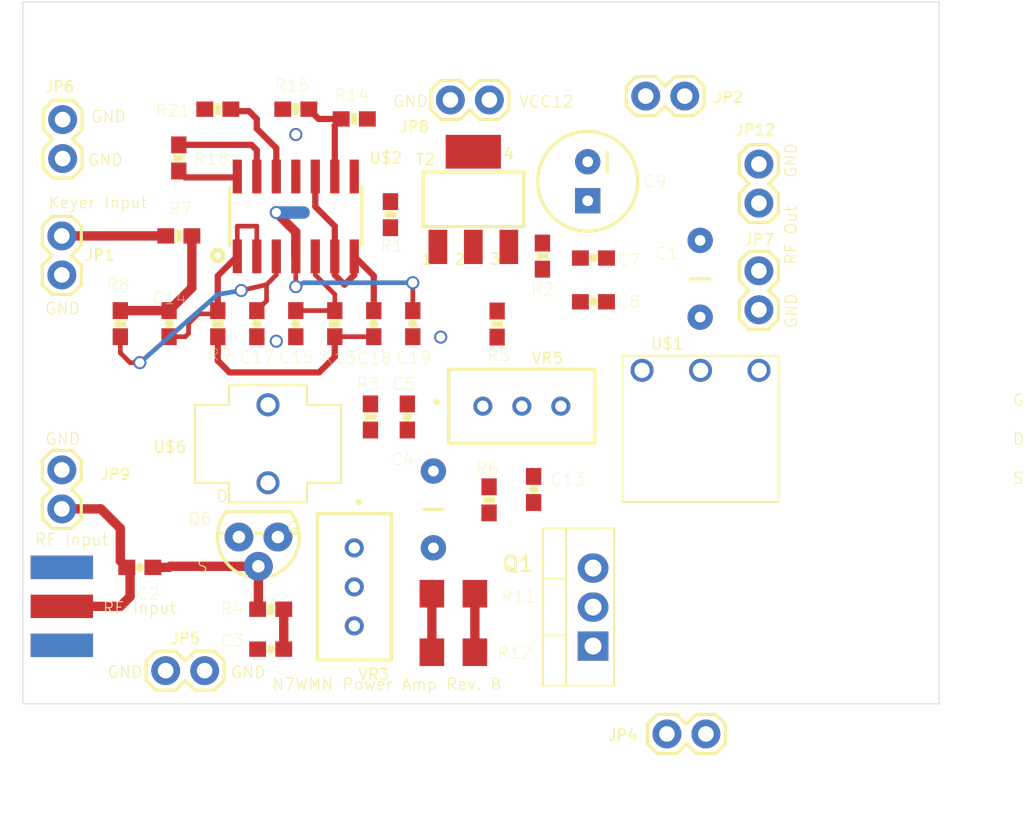
<source format=kicad_pcb>
(kicad_pcb (version 20211014) (generator pcbnew)
  (layers (0 "F.Cu" signal) (31 "B.Cu" signal) (34 "B.Paste" user) (35 "F.Paste" user) (36 "B.SilkS" user "B.Silkscreen") (37 "F.SilkS" user "F.Silkscreen") (38 "B.Mask" user) (39 "F.Mask" user) (44 "Edge.Cuts" user))
  (net 0 "")
  (net 1 "GND")
  (net 2 "Net-(C1-Pad1)")
  (net 3 "Net-(C1-Pad2)")
  (net 4 "Net-(C2-Pad1)")
  (net 5 "Net-(C2-Pad2)")
  (net 6 "Net-(R3-Pad1)")
  (net 7 "Net-(Q6-Pad1)")
  (net 8 "Net-(R11-Pad1)")
  (net 9 "Net-(C5-Pad1)")
  (net 10 "/VCC12")
  (net 11 "Net-(C13-Pad2)")
  (net 12 "Net-(C14-Pad1)")
  (net 13 "Net-(C14-Pad2)")
  (net 14 "Net-(C15-Pad1)")
  (net 15 "Net-(C17-Pad1)")
  (net 16 "Net-(C18-Pad1)")
  (net 17 "Net-(C18-Pad2)")
  (net 18 "Net-(JP1-Pad2)")
  (net 19 "Net-(R11-Pad2)")
  (net 20 "Net-(U$1-Pad2)")
  (net 21 "Net-(R1-Pad1)")
  (net 22 "Net-(R1-Pad2)")
  (net 23 "Net-(R2-Pad1)")
  (net 24 "Net-(R5-Pad1)")
  (net 25 "Net-(R14-Pad2)")
  (net 26 "Net-(R18-Pad1)")
  (net 27 "Net-(R18-Pad2)")
  (net 28 "Net-(R21-Pad1)")
  (footprint "powerAmp_RevB:0603-RES" (layer "F.Cu") (at 134.8 121.7)
    (fp_text reference "R4" (at -3.3 -0.025 180) (layer "F.SilkS") (effects (font (size 0.782889 0.782889) (thickness 0.029911)) (justify left)))
    (fp_text value "3.3K")
    (pad "1" smd rect (at -0.85 0) (size 1.1 1) (layers "F.Cu" "F.Paste" "F.Mask") (net 4 "Net-(C2-Pad1)"))
    (pad "2" smd rect (at 0.85 0) (size 1.1 1) (layers "F.Cu" "F.Paste" "F.Mask") (net 6 "Net-(R3-Pad1)"))
  )
  (footprint "powerAmp_RevB:1206" (layer "F.Cu") (at 146.7 120.69)
    (fp_text reference "R11" (at 3.1 0.185) (layer "F.SilkS") (effects (font (size 0.782889 0.782889) (thickness 0.029911)) (justify left)))
    (fp_text value "20")
    (pad "1" smd rect (at -1.4 0) (size 1.6 1.8) (layers "F.Cu" "F.Paste" "F.Mask") (net 8 "Net-(R11-Pad1)"))
    (pad "2" smd rect (at 1.4 0) (size 1.6 1.8) (layers "F.Cu" "F.Paste" "F.Mask") (net 19 "Net-(R11-Pad2)"))
  )
  (footprint "powerAmp_RevB:0603-CAP" (layer "F.Cu") (at 133.8961 103.0986 -90)
    (property "Value" "710-885012206071")
    (fp_text reference "C17" (at 2.2014 1.1461) (layer "F.SilkS") (effects (font (size 0.782889 0.782889) (thickness 0.029911)) (justify left)))
    (fp_text value "0.1uF")
    (pad "1" smd rect (at -0.85 0 270) (size 1.1 1) (layers "F.Cu" "F.Paste" "F.Mask") (net 15 "Net-(C17-Pad1)"))
    (pad "2" smd rect (at 0.85 0 270) (size 1.1 1) (layers "F.Cu" "F.Paste" "F.Mask") (net 1 "GND"))
  )
  (footprint "powerAmp_RevB:0603-CAP" (layer "F.Cu") (at 128.1811 103.0986 -90)
    (property "Value" "710-885012206073")
    (fp_text reference "C14" (at -1.651 1.143) (layer "F.SilkS") (effects (font (size 0.782889 0.782889) (thickness 0.029911)) (justify left)))
    (fp_text value "0.22uF")
    (pad "1" smd rect (at -0.85 0 270) (size 1.1 1) (layers "F.Cu" "F.Paste" "F.Mask") (net 12 "Net-(C14-Pad1)"))
    (pad "2" smd rect (at 0.85 0 270) (size 1.1 1) (layers "F.Cu" "F.Paste" "F.Mask") (net 13 "Net-(C14-Pad2)"))
  )
  (footprint "powerAmp_RevB:1206" (layer "F.Cu") (at 146.7 124.5)
    (fp_text reference "R12" (at 2.85 0.05) (layer "F.SilkS") (effects (font (size 0.782889 0.782889) (thickness 0.029911)) (justify left)))
    (fp_text value "20")
    (pad "1" smd rect (at -1.4 0) (size 1.6 1.8) (layers "F.Cu" "F.Paste" "F.Mask") (net 8 "Net-(R11-Pad1)"))
    (pad "2" smd rect (at 1.4 0) (size 1.6 1.8) (layers "F.Cu" "F.Paste" "F.Mask") (net 19 "Net-(R11-Pad2)"))
  )
  (footprint "powerAmp_RevB:0603-CAP" (layer "F.Cu") (at 136.4361 103.0986 -90)
    (property "Value" "80-C0603C223K3R")
    (fp_text reference "C15" (at 2.1764 1.1361) (layer "F.SilkS") (effects (font (size 0.782889 0.782889) (thickness 0.029911)) (justify left)))
    (fp_text value "0.022uF")
    (pad "1" smd rect (at -0.85 0 270) (size 1.1 1) (layers "F.Cu" "F.Paste" "F.Mask") (net 14 "Net-(C15-Pad1)"))
    (pad "2" smd rect (at 0.85 0 270) (size 1.1 1) (layers "F.Cu" "F.Paste" "F.Mask") (net 1 "GND"))
  )
  (footprint "powerAmp_RevB:0603-RES" (layer "F.Cu") (at 149.025 114.575 -90)
    (fp_text reference "R6" (at -2.032 0.889) (layer "F.SilkS") (effects (font (size 0.782889 0.782889) (thickness 0.029911)) (justify left)))
    (fp_text value "1K")
    (pad "1" smd rect (at -0.85 0 270) (size 1.1 1) (layers "F.Cu" "F.Paste" "F.Mask") (net 11 "Net-(C13-Pad2)"))
    (pad "2" smd rect (at 0.85 0 270) (size 1.1 1) (layers "F.Cu" "F.Paste" "F.Mask") (net 8 "Net-(R11-Pad1)"))
  )
  (footprint "powerAmp_RevB:1X02" (layer "F.Cu") (at 159.23 88.275)
    (fp_text reference "JP2" (at 4.3688 0.0762) (layer "F.SilkS") (effects (font (size 0.6985 0.6985) (thickness 0.1143)) (justify left)))
    (fp_text value "M02PTH")
    (pad "1" thru_hole circle (at 0 0 90) (size 1.8796 1.8796) (drill 1.016) (layers *.Cu *.Mask) (net 1 "GND"))
    (pad "2" thru_hole circle (at 2.54 0 90) (size 1.8796 1.8796) (drill 1.016) (layers *.Cu *.Mask) (net 1 "GND"))
  )
  (footprint "powerAmp_RevB:1X02" (layer "F.Cu") (at 121.1961 112.6236 -90)
    (fp_text reference "JP9" (at 0.2764 -2.4539) (layer "F.SilkS") (effects (font (size 0.6985 0.6985) (thickness 0.1143)) (justify left)))
    (fp_text value "M02PTH")
    (pad "1" thru_hole circle (at 0 0) (size 1.8796 1.8796) (drill 1.016) (layers *.Cu *.Mask) (net 1 "GND"))
    (pad "2" thru_hole circle (at 2.54 0) (size 1.8796 1.8796) (drill 1.016) (layers *.Cu *.Mask) (net 5 "Net-(C2-Pad2)"))
  )
  (footprint "powerAmp_RevB:1X02" (layer "F.Cu") (at 166.6 99.655 -90)
    (fp_text reference "JP7" (at -2.03 1) (layer "F.SilkS") (effects (font (size 0.6985 0.6985) (thickness 0.1143)) (justify left)))
    (fp_text value "M02PTH")
    (pad "1" thru_hole circle (at 0 0) (size 1.8796 1.8796) (drill 1.016) (layers *.Cu *.Mask) (net 3 "Net-(C1-Pad2)"))
    (pad "2" thru_hole circle (at 2.54 0) (size 1.8796 1.8796) (drill 1.016) (layers *.Cu *.Mask) (net 1 "GND"))
  )
  (footprint "powerAmp_RevB:3296W-1" (layer "F.Cu") (at 140.2461 120.2436 -90)
    (fp_text reference "VR3" (at 5.706532 -0.20314) (layer "F.SilkS") (effects (font (size 0.719328 0.719328) (thickness 0.093472)) (justify left)))
    (fp_text value "3296W-1-505LF")
    (pad "1" thru_hole circle (at -2.54 0 270) (size 1.24 1.24) (drill 0.74) (layers *.Cu *.Mask) (net 6 "Net-(R3-Pad1)"))
    (pad "2" thru_hole circle (at 0 0 270) (size 1.24 1.24) (drill 0.74) (layers *.Cu *.Mask) (net 1 "GND"))
    (pad "3" thru_hole circle (at 2.54 0 270) (size 1.24 1.24) (drill 0.74) (layers *.Cu *.Mask) (net 1 "GND"))
  )
  (footprint "powerAmp_RevB:0603-CAP" (layer "F.Cu") (at 144.0561 103.0986 90)
    (fp_text reference "C19" (at -2.2264 1.2189) (layer "F.SilkS") (effects (font (size 0.782889 0.782889) (thickness 0.029911)) (justify right)))
    (fp_text value "0.1uF")
    (pad "1" smd rect (at -0.85 0 90) (size 1.1 1) (layers "F.Cu" "F.Paste" "F.Mask") (net 1 "GND"))
    (pad "2" smd rect (at 0.85 0 90) (size 1.1 1) (layers "F.Cu" "F.Paste" "F.Mask") (net 10 "/VCC12"))
  )
  (footprint "powerAmp_RevB:0603-CAP" (layer "F.Cu") (at 141.5161 103.0986 90)
    (property "Value" "710-885012206073")
    (fp_text reference "C18" (at -2.2764 1.2089) (layer "F.SilkS") (effects (font (size 0.782889 0.782889) (thickness 0.029911)) (justify right)))
    (fp_text value "0.22uF")
    (pad "1" smd rect (at -0.85 0 90) (size 1.1 1) (layers "F.Cu" "F.Paste" "F.Mask") (net 16 "Net-(C18-Pad1)"))
    (pad "2" smd rect (at 0.85 0 90) (size 1.1 1) (layers "F.Cu" "F.Paste" "F.Mask") (net 17 "Net-(C18-Pad2)"))
  )
  (footprint "powerAmp_RevB:0603-RES" (layer "F.Cu") (at 125.0061 103.0986 90)
    (property "Value" "603-RC0603FR-078K2L")
    (fp_text reference "R8" (at 2.54 0.635) (layer "F.SilkS") (effects (font (size 0.782889 0.782889) (thickness 0.029911)) (justify right)))
    (fp_text value "8.2K")
    (pad "1" smd rect (at -0.85 0 90) (size 1.1 1) (layers "F.Cu" "F.Paste" "F.Mask") (net 15 "Net-(C17-Pad1)"))
    (pad "2" smd rect (at 0.85 0 90) (size 1.1 1) (layers "F.Cu" "F.Paste" "F.Mask") (net 12 "Net-(C14-Pad1)"))
  )
  (footprint "powerAmp_RevB:SOT223" (layer "F.Cu") (at 148 95)
    (fp_text reference "T2" (at -3.81 -2.5908) (layer "F.SilkS") (effects (font (size 0.719328 0.719328) (thickness 0.093472)) (justify left)))
    (fp_text value "2N2222A-SOT223")
    (fp_text user "1" (at -3.4526 4.318) (layer "F.SilkS") (effects (font (size 0.715264 0.715264) (thickness 0.097536)) (justify left bottom)))
    (fp_text user "3" (at 1.0208 4.318) (layer "F.SilkS") (effects (font (size 0.715264 0.715264) (thickness 0.097536)) (justify left bottom)))
    (fp_text user "2" (at -1.2906 4.3274) (layer "F.SilkS") (effects (font (size 0.715264 0.715264) (thickness 0.097536)) (justify left bottom)))
    (fp_text user "4" (at 1.905 -2.54) (layer "F.SilkS") (effects (font (size 0.715264 0.715264) (thickness 0.097536)) (justify left bottom)))
    (pad "1" smd rect (at -2.3114 3.0988) (size 1.2192 2.2352) (layers "F.Cu" "F.Paste" "F.Mask") (net 21 "Net-(R1-Pad1)"))
    (pad "2" smd rect (at 0 3.0988) (size 1.2192 2.2352) (layers "F.Cu" "F.Paste" "F.Mask"))
    (pad "3" smd rect (at 2.3114 3.0988) (size 1.2192 2.2352) (layers "F.Cu" "F.Paste" "F.Mask") (net 23 "Net-(R2-Pad1)"))
    (pad "4" smd rect (at 0 -3.099) (size 3.6 2.2) (layers "F.Cu" "F.Paste" "F.Mask") (net 10 "/VCC12"))
  )
  (footprint "powerAmp_RevB:0603-RES" (layer "F.Cu") (at 141.3 109.175 90)
    (fp_text reference "R3" (at 2.15 0.625) (layer "F.SilkS") (effects (font (size 0.782889 0.782889) (thickness 0.029911)) (justify right)))
    (fp_text value "10K")
    (pad "1" smd rect (at -0.85 0 90) (size 1.1 1) (layers "F.Cu" "F.Paste" "F.Mask") (net 6 "Net-(R3-Pad1)"))
    (pad "2" smd rect (at 0.85 0 90) (size 1.1 1) (layers "F.Cu" "F.Paste" "F.Mask") (net 9 "Net-(C5-Pad1)"))
  )
  (footprint "powerAmp_RevB:1X02" (layer "F.Cu") (at 121.1961 99.9236 90)
    (fp_text reference "JP1" (at 1.2986 3.5039) (layer "F.SilkS") (effects (font (size 0.6985 0.6985) (thickness 0.1143)) (justify right)))
    (fp_text value "M02PTH")
    (pad "1" thru_hole circle (at 0 0 180) (size 1.8796 1.8796) (drill 1.016) (layers *.Cu *.Mask) (net 1 "GND"))
    (pad "2" thru_hole circle (at 2.54 0 180) (size 1.8796 1.8796) (drill 1.016) (layers *.Cu *.Mask) (net 18 "Net-(JP1-Pad2)"))
  )
  (footprint "powerAmp_RevB:0603-RES" (layer "F.Cu") (at 131.3561 103.0986 90)
    (property "Value" "603-RC0603FR-0736KL")
    (fp_text reference "R9" (at -2.032 0.889) (layer "F.SilkS") (effects (font (size 0.782889 0.782889) (thickness 0.029911)) (justify right)))
    (fp_text value "36K")
    (pad "1" smd rect (at -0.85 0 90) (size 1.1 1) (layers "F.Cu" "F.Paste" "F.Mask") (net 16 "Net-(C18-Pad1)"))
    (pad "2" smd rect (at 0.85 0 90) (size 1.1 1) (layers "F.Cu" "F.Paste" "F.Mask") (net 13 "Net-(C14-Pad2)"))
  )
  (footprint "powerAmp_RevB:0603-RES" (layer "F.Cu") (at 138.9761 103.0986 -90)
    (property "Value" "603-RC0603FR-0711KL")
    (fp_text reference "R13" (at 2.2264 0.889) (layer "F.SilkS") (effects (font (size 0.782889 0.782889) (thickness 0.029911)) (justify left)))
    (fp_text value "11K")
    (pad "1" smd rect (at -0.85 0 270) (size 1.1 1) (layers "F.Cu" "F.Paste" "F.Mask") (net 14 "Net-(C15-Pad1)"))
    (pad "2" smd rect (at 0.85 0 270) (size 1.1 1) (layers "F.Cu" "F.Paste" "F.Mask") (net 16 "Net-(C18-Pad1)"))
  )
  (footprint "powerAmp_RevB:0603-CAP" (layer "F.Cu") (at 155.825 98.825)
    (fp_text reference "C7" (at 3.1 0.15) (layer "F.SilkS") (effects (font (size 0.782889 0.782889) (thickness 0.029911)) (justify right)))
    (fp_text value "0.01uF")
    (pad "1" smd rect (at -0.85 0) (size 1.1 1) (layers "F.Cu" "F.Paste" "F.Mask") (net 1 "GND"))
    (pad "2" smd rect (at 0.85 0) (size 1.1 1) (layers "F.Cu" "F.Paste" "F.Mask") (net 10 "/VCC12"))
  )
  (footprint "powerAmp_RevB:CAP-PTH-5MM" (layer "F.Cu") (at 145.4 115.2 -90)
    (fp_text reference "C4" (at -2.8 1.25 180) (layer "F.SilkS") (effects (font (size 0.762 0.762) (thickness 0.032512)) (justify right bottom)))
    (fp_text value "0.1uF")
    (pad "1" thru_hole circle (at -2.5 0 270) (size 1.651 1.651) (drill 0.7) (layers *.Cu *.Mask) (net 7 "Net-(Q6-Pad1)"))
    (pad "2" thru_hole circle (at 2.5 0 270) (size 1.651 1.651) (drill 0.7) (layers *.Cu *.Mask) (net 8 "Net-(R11-Pad1)"))
  )
  (footprint "powerAmp_RevB:0603-RES" (layer "F.Cu") (at 136.4361 89.1286 180)
    (property "Value" "603-RC0603FR-071KL")
    (fp_text reference "R15" (at -0.9139 1.5536) (layer "F.SilkS") (effects (font (size 0.782889 0.782889) (thickness 0.029911)) (justify right)))
    (fp_text value "1K")
    (pad "1" smd rect (at -0.85 0 180) (size 1.1 1) (layers "F.Cu" "F.Paste" "F.Mask") (net 25 "Net-(R14-Pad2)"))
    (pad "2" smd rect (at 0.85 0 180) (size 1.1 1) (layers "F.Cu" "F.Paste" "F.Mask") (net 1 "GND"))
  )
  (footprint "powerAmp_RevB:1X02" (layer "F.Cu") (at 166.6 95.245 90)
    (fp_text reference "JP12" (at 4.77 1.125) (layer "F.SilkS") (effects (font (size 0.6985 0.6985) (thickness 0.1143)) (justify right)))
    (fp_text value "M02PTH")
    (pad "1" thru_hole circle (at 0 0 180) (size 1.8796 1.8796) (drill 1.016) (layers *.Cu *.Mask) (net 3 "Net-(C1-Pad2)"))
    (pad "2" thru_hole circle (at 2.54 0 180) (size 1.8796 1.8796) (drill 1.016) (layers *.Cu *.Mask) (net 1 "GND"))
  )
  (footprint "powerAmp_RevB:1X02" (layer "F.Cu") (at 127.96 125.7)
    (fp_text reference "JP5" (at 0.265 -2.1) (layer "F.SilkS") (effects (font (size 0.6985 0.6985) (thickness 0.1143)) (justify left)))
    (fp_text value "M02PTH")
    (pad "1" thru_hole circle (at 0 0 90) (size 1.8796 1.8796) (drill 1.016) (layers *.Cu *.Mask) (net 1 "GND"))
    (pad "2" thru_hole circle (at 2.54 0 90) (size 1.8796 1.8796) (drill 1.016) (layers *.Cu *.Mask) (net 1 "GND"))
  )
  (footprint "powerAmp_RevB:0603-RES" (layer "F.Cu") (at 142.6 96 90)
    (fp_text reference "R1" (at -2.032 0.889) (layer "F.SilkS") (effects (font (size 0.782889 0.782889) (thickness 0.029911)) (justify right)))
    (fp_text value "0")
    (pad "1" smd rect (at -0.85 0 90) (size 1.1 1) (layers "F.Cu" "F.Paste" "F.Mask") (net 21 "Net-(R1-Pad1)"))
    (pad "2" smd rect (at 0.85 0 90) (size 1.1 1) (layers "F.Cu" "F.Paste" "F.Mask") (net 22 "Net-(R1-Pad2)"))
  )
  (footprint "powerAmp_RevB:TO-92" (layer "F.Cu") (at 134 117 180)
    (fp_text reference "Q6" (at 3 1.2 180) (layer "F.SilkS") (effects (font (size 0.776224 0.776224) (thickness 0.036576)) (justify right)))
    (fp_text value "MOSFET-NCHANNELBS170")
    (pad "1" thru_hole circle (at -1.27 0 180) (size 1.8796 1.8796) (drill 0.8128) (layers *.Cu *.Mask) (net 7 "Net-(Q6-Pad1)"))
    (pad "2" thru_hole circle (at 0 -1.905 180) (size 1.8796 1.8796) (drill 0.8128) (layers *.Cu *.Mask) (net 4 "Net-(C2-Pad1)"))
    (pad "3" thru_hole circle (at 1.27 0 180) (size 1.8796 1.8796) (drill 0.8128) (layers *.Cu *.Mask) (net 1 "GND"))
  )
  (footprint "powerAmp_RevB:0603-CAP" (layer "F.Cu") (at 155.825 101.675)
    (fp_text reference "C8" (at 3.1 0) (layer "F.SilkS") (effects (font (size 0.782889 0.782889) (thickness 0.029911)) (justify right)))
    (fp_text value "0.1uF")
    (pad "1" smd rect (at -0.85 0) (size 1.1 1) (layers "F.Cu" "F.Paste" "F.Mask") (net 1 "GND"))
    (pad "2" smd rect (at 0.85 0) (size 1.1 1) (layers "F.Cu" "F.Paste" "F.Mask") (net 10 "/VCC12"))
  )
  (footprint "powerAmp_RevB:0603-RES" (layer "F.Cu") (at 140.2461 89.7636 180)
    (property "Value" "603-RC0603FR-073KL")
    (fp_text reference "R14" (at -1.0039 1.5386) (layer "F.SilkS") (effects (font (size 0.782889 0.782889) (thickness 0.029911)) (justify right)))
    (fp_text value "1.02K")
    (pad "1" smd rect (at -0.85 0 180) (size 1.1 1) (layers "F.Cu" "F.Paste" "F.Mask") (net 22 "Net-(R1-Pad2)"))
    (pad "2" smd rect (at 0.85 0 180) (size 1.1 1) (layers "F.Cu" "F.Paste" "F.Mask") (net 25 "Net-(R14-Pad2)"))
  )
  (footprint "powerAmp_RevB:0603-RES" (layer "F.Cu") (at 131.3561 89.1286 180)
    (fp_text reference "R21" (at 1.7811 -0.0964) (layer "F.SilkS") (effects (font (size 0.782889 0.782889) (thickness 0.029911)) (justify right)))
    (fp_text value "0")
    (pad "1" smd rect (at -0.85 0 180) (size 1.1 1) (layers "F.Cu" "F.Paste" "F.Mask") (net 28 "Net-(R21-Pad1)"))
    (pad "2" smd rect (at 0.85 0 180) (size 1.1 1) (layers "F.Cu" "F.Paste" "F.Mask") (net 1 "GND"))
  )
  (footprint "Package_TO_SOT_THT:TO-220-3_Vertical" (layer "F.Cu") (at 155.8 124.1 90)
    (fp_text reference "Q1" (at 5.35 -4.9 180) (layer "F.SilkS"))
    (fp_text value "RD16HHF1")
    (pad "1" thru_hole rect (at 0 0 90) (size 1.905 2) (drill 1.1) (layers *.Cu *.Mask) (net 19 "Net-(R11-Pad2)"))
    (pad "2" thru_hole oval (at 2.54 0 90) (size 1.905 2) (drill 1.1) (layers *.Cu *.Mask) (net 1 "GND"))
    (pad "3" thru_hole oval (at 5.08 0 90) (size 1.905 2) (drill 1.1) (layers *.Cu *.Mask) (net 20 "Net-(U$1-Pad2)"))
  )
  (footprint "powerAmp_RevB:SO14" (layer "F.Cu") (at 136.4361 96.1136)
    (fp_text reference "U$2" (at 6.985 -3.81) (layer "F.SilkS") (effects (font (size 0.719328 0.719328) (thickness 0.093472)) (justify right)))
    (fp_text value "OPA1679IDR")
    (pad "1" smd rect (at -3.81 2.6) (size 0.6 2.2) (layers "F.Cu" "F.Paste" "F.Mask") (net 13 "Net-(C14-Pad2)"))
    (pad "2" smd rect (at -2.54 2.6) (size 0.6 2.2) (layers "F.Cu" "F.Paste" "F.Mask") (net 13 "Net-(C14-Pad2)"))
    (pad "3" smd rect (at -1.27 2.6) (size 0.6 2.2) (layers "F.Cu" "F.Paste" "F.Mask") (net 15 "Net-(C17-Pad1)"))
    (pad "4" smd rect (at 0 2.6) (size 0.6 2.2) (layers "F.Cu" "F.Paste" "F.Mask") (net 10 "/VCC12"))
    (pad "5" smd rect (at 1.27 2.6 180) (size 0.6 2.2) (layers "F.Cu" "F.Paste" "F.Mask") (net 14 "Net-(C15-Pad1)"))
    (pad "6" smd rect (at 2.54 2.6 180) (size 0.6 2.2) (layers "F.Cu" "F.Paste" "F.Mask") (net 17 "Net-(C18-Pad2)"))
    (pad "7" smd rect (at 3.81 2.6 180) (size 0.6 2.2) (layers "F.Cu" "F.Paste" "F.Mask") (net 17 "Net-(C18-Pad2)"))
    (pad "8" smd rect (at 3.81 -2.6) (size 0.6 2.2) (layers "F.Cu" "F.Paste" "F.Mask") (net 22 "Net-(R1-Pad2)"))
    (pad "9" smd rect (at 2.54 -2.6) (size 0.6 2.2) (layers "F.Cu" "F.Paste" "F.Mask") (net 25 "Net-(R14-Pad2)"))
    (pad "10" smd rect (at 1.27 -2.6) (size 0.6 2.2) (layers "F.Cu" "F.Paste" "F.Mask") (net 17 "Net-(C18-Pad2)"))
    (pad "11" smd rect (at 0 -2.6) (size 0.6 2.2) (layers "F.Cu" "F.Paste" "F.Mask") (net 1 "GND"))
    (pad "12" smd rect (at -1.27 -2.6) (size 0.6 2.2) (layers "F.Cu" "F.Paste" "F.Mask") (net 28 "Net-(R21-Pad1)"))
    (pad "13" smd rect (at -2.54 -2.6) (size 0.6 2.2) (layers "F.Cu" "F.Paste" "F.Mask") (net 27 "Net-(R18-Pad2)"))
    (pad "14" smd rect (at -3.81 -2.6) (size 0.6 2.2) (layers "F.Cu" "F.Paste" "F.Mask") (net 26 "Net-(R18-Pad1)"))
  )
  (footprint "powerAmp_RevB:1X02" (layer "F.Cu") (at 160.61 129.825)
    (fp_text reference "JP4" (at -3.8862 0.0762) (layer "F.SilkS") (effects (font (size 0.6985 0.6985) (thickness 0.1143)) (justify left)))
    (fp_text value "M02PTH")
    (pad "1" thru_hole circle (at 0 0 90) (size 1.8796 1.8796) (drill 1.016) (layers *.Cu *.Mask) (net 1 "GND"))
    (pad "2" thru_hole circle (at 2.54 0 90) (size 1.8796 1.8796) (drill 1.016) (layers *.Cu *.Mask) (net 1 "GND"))
  )
  (footprint "powerAmp_RevB:3296W-1" (layer "F.Cu") (at 151.160509 108.475)
    (fp_text reference "VR5" (at 0.589491 -3.125) (layer "F.SilkS") (effects (font (size 0.719328 0.719328) (thickness 0.093472)) (justify left)))
    (fp_text value "3296W-1-505LF")
    (pad "1" thru_hole circle (at -2.54 0) (size 1.24 1.24) (drill 0.74) (layers *.Cu *.Mask) (net 24 "Net-(R5-Pad1)"))
    (pad "2" thru_hole circle (at 0 0) (size 1.24 1.24) (drill 0.74) (layers *.Cu *.Mask) (net 11 "Net-(C13-Pad2)"))
    (pad "3" thru_hole circle (at 2.54 0) (size 1.24 1.24) (drill 0.74) (layers *.Cu *.Mask) (net 1 "GND"))
  )
  (footprint "powerAmp_RevB:SMA-EDGE" (layer "F.Cu") (at 121.1961 124.0536 90)
    (fp_text reference "J$1" hide)
    (fp_text value "SMA_EDGE" hide)
    (pad "GND@0" smd rect (at 0 0 90) (size 1.524 4.064) (layers "F.Cu" "F.Mask") (net 1 "GND"))
    (pad "GND@1" smd rect (at 5.08 0 90) (size 1.524 4.064) (layers "F.Cu" "F.Mask") (net 1 "GND"))
    (pad "GND@2" smd rect (at 0 0 90) (size 1.524 4.064) (layers "B.Cu" "B.Paste" "B.Mask") (net 1 "GND"))
    (pad "GND@3" smd rect (at 5.08 0 90) (size 1.524 4.064) (layers "B.Cu" "B.Paste" "B.Mask") (net 1 "GND"))
    (pad "SIG" smd rect (at 2.54 0 90) (size 1.524 4.064) (layers "F.Cu" "F.Mask") (net 5 "Net-(C2-Pad2)"))
  )
  (footprint "powerAmp_RevB:0603-RES" (layer "F.Cu") (at 149.55 103.125 90)
    (fp_text reference "R5" (at -2.032 0.889) (layer "F.SilkS") (effects (font (size 0.782889 0.782889) (thickness 0.029911)) (justify right)))
    (fp_text value "2.2K")
    (pad "1" smd rect (at -0.85 0 90) (size 1.1 1) (layers "F.Cu" "F.Paste" "F.Mask") (net 24 "Net-(R5-Pad1)"))
    (pad "2" smd rect (at 0.85 0 90) (size 1.1 1) (layers "F.Cu" "F.Paste" "F.Mask") (net 9 "Net-(C5-Pad1)"))
  )
  (footprint "powerAmp_RevB:0603-RES" (layer "F.Cu") (at 128.8161 92.3036 90)
    (fp_text reference "R18" (at -0.0714 3.2839) (layer "F.SilkS") (effects (font (size 0.782889 0.782889) (thickness 0.029911)) (justify right)))
    (fp_text value "0")
    (pad "1" smd rect (at -0.85 0 90) (size 1.1 1) (layers "F.Cu" "F.Paste" "F.Mask") (net 26 "Net-(R18-Pad1)"))
    (pad "2" smd rect (at 0.85 0 90) (size 1.1 1) (layers "F.Cu" "F.Paste" "F.Mask") (net 27 "Net-(R18-Pad2)"))
  )
  (footprint "powerAmp_RevB:1X02" (layer "F.Cu") (at 149.045 88.525 180)
    (fp_text reference "JP8" (at 3.87 -1.75) (layer "F.SilkS") (effects (font (size 0.6985 0.6985) (thickness 0.1143)) (justify right)))
    (fp_text value "M02PTH")
    (pad "1" thru_hole circle (at 0 0 270) (size 1.8796 1.8796) (drill 1.016) (layers *.Cu *.Mask) (net 10 "/VCC12"))
    (pad "2" thru_hole circle (at 2.54 0 270) (size 1.8796 1.8796) (drill 1.016) (layers *.Cu *.Mask) (net 1 "GND"))
  )
  (footprint "powerAmp_RevB:0603-RES" (layer "F.Cu") (at 128.8161 97.3836 180)
    (property "Value" "603-RC0603FR-0733KL")
    (fp_text reference "R7" (at -0.889 1.778) (layer "F.SilkS") (effects (font (size 0.782889 0.782889) (thickness 0.029911)) (justify right)))
    (fp_text value "33K")
    (pad "1" smd rect (at -0.85 0 180) (size 1.1 1) (layers "F.Cu" "F.Paste" "F.Mask") (net 12 "Net-(C14-Pad1)"))
    (pad "2" smd rect (at 0.85 0 180) (size 1.1 1) (layers "F.Cu" "F.Paste" "F.Mask") (net 18 "Net-(JP1-Pad2)"))
  )
  (footprint "powerAmp_RevB:0603-CAP" (layer "F.Cu") (at 134.8 124.3)
    (fp_text reference "C3" (at -3.25 -0.55) (layer "F.SilkS") (effects (font (size 0.782889 0.782889) (thickness 0.029911)) (justify left)))
    (fp_text value "0.1uF")
    (pad "1" smd rect (at -0.85 0) (size 1.1 1) (layers "F.Cu" "F.Paste" "F.Mask") (net 1 "GND"))
    (pad "2" smd rect (at 0.85 0) (size 1.1 1) (layers "F.Cu" "F.Paste" "F.Mask") (net 6 "Net-(R3-Pad1)"))
  )
  (footprint "powerAmp_RevB:T50-BIFILAR" (layer "F.Cu") (at 162.8 109.95 90)
    (fp_text reference "U$1" (at 5.55 -3.3 180) (layer "F.SilkS") (effects (font (size 0.719328 0.719328) (thickness 0.093472)) (justify left)))
    (fp_text value "T50-BIFILAR")
    (pad "1" thru_hole circle (at 3.81 3.81 270) (size 1.5 1.5) (drill 1) (layers *.Cu *.Mask) (net 2 "Net-(C1-Pad1)"))
    (pad "2" thru_hole circle (at 3.81 0 270) (size 1.5 1.5) (drill 1) (layers *.Cu *.Mask) (net 20 "Net-(U$1-Pad2)"))
    (pad "3" thru_hole circle (at 3.81 -3.81 270) (size 1.5 1.5) (drill 1) (layers *.Cu *.Mask) (net 10 "/VCC12"))
  )
  (footprint "powerAmp_RevB:0603-CAP" (layer "F.Cu") (at 126.2761 118.9736 180)
    (fp_text reference "C2" (at -1.3239 -1.7264) (layer "F.SilkS") (effects (font (size 0.782889 0.782889) (thickness 0.029911)) (justify right)))
    (fp_text value "0.1uF")
    (pad "1" smd rect (at -0.85 0 180) (size 1.1 1) (layers "F.Cu" "F.Paste" "F.Mask") (net 4 "Net-(C2-Pad1)"))
    (pad "2" smd rect (at 0.85 0 180) (size 1.1 1) (layers "F.Cu" "F.Paste" "F.Mask") (net 5 "Net-(C2-Pad2)"))
  )
  (footprint "powerAmp_RevB:0603-CAP" (layer "F.Cu") (at 143.7 109.175 -90)
    (fp_text reference "C5" (at -2.15 -0.525 -180) (layer "F.SilkS") (effects (font (size 0.782889 0.782889) (thickness 0.029911)) (justify right)))
    (fp_text value "0.1uF")
    (pad "1" smd rect (at -0.85 0 270) (size 1.1 1) (layers "F.Cu" "F.Paste" "F.Mask") (net 9 "Net-(C5-Pad1)"))
    (pad "2" smd rect (at 0.85 0 270) (size 1.1 1) (layers "F.Cu" "F.Paste" "F.Mask") (net 1 "GND"))
  )
  (footprint "powerAmp_RevB:1X02" (layer "F.Cu") (at 121.25 92.345 90)
    (fp_text reference "JP6" (at 4.67 0.825) (layer "F.SilkS") (effects (font (size 0.6985 0.6985) (thickness 0.1143)) (justify right)))
    (fp_text value "M02PTH")
    (pad "1" thru_hole circle (at 0 0 180) (size 1.8796 1.8796) (drill 1.016) (layers *.Cu *.Mask) (net 1 "GND"))
    (pad "2" thru_hole circle (at 2.54 0 180) (size 1.8796 1.8796) (drill 1.016) (layers *.Cu *.Mask) (net 1 "GND"))
  )
  (footprint "powerAmp_RevB:T37" (layer "F.Cu") (at 134.625 110.925)
    (fp_text reference "U$6" (at -7.5161 0.2164) (layer "F.SilkS") (effects (font (size 0.719328 0.719328) (thickness 0.093472)) (justify left)))
    (fp_text value "T37")
    (pad "P$1" thru_hole circle (at 0 -2.54 180) (size 1.5 1.5) (drill 1) (layers *.Cu *.Mask) (net 9 "Net-(C5-Pad1)"))
    (pad "P$2" thru_hole circle (at 0 2.54 180) (size 1.5 1.5) (drill 1) (layers *.Cu *.Mask) (net 7 "Net-(Q6-Pad1)"))
  )
  (footprint "powerAmp_RevB:0603-CAP" (layer "F.Cu") (at 151.925 113.9 90)
    (fp_text reference "C13" (at 0.65 3.375) (layer "F.SilkS") (effects (font (size 0.782889 0.782889) (thickness 0.029911)) (justify right)))
    (fp_text value "0.1uF")
    (pad "1" smd rect (at -0.85 0 90) (size 1.1 1) (layers "F.Cu" "F.Paste" "F.Mask") (net 1 "GND"))
    (pad "2" smd rect (at 0.85 0 90) (size 1.1 1) (layers "F.Cu" "F.Paste" "F.Mask") (net 11 "Net-(C13-Pad2)"))
  )
  (footprint "powerAmp_RevB:CAP-PTH-5MM" (layer "F.Cu") (at 162.775 100.175 90)
    (fp_text reference "C1" (at 1.65 -1.4) (layer "F.SilkS") (effects (font (size 0.782889 0.782889) (thickness 0.029911)) (justify right)))
    (fp_text value "0.1uF")
    (pad "1" thru_hole circle (at -2.5 0 90) (size 1.651 1.651) (drill 0.7) (layers *.Cu *.Mask) (net 2 "Net-(C1-Pad1)"))
    (pad "2" thru_hole circle (at 2.5 0 90) (size 1.651 1.651) (drill 0.7) (layers *.Cu *.Mask) (net 3 "Net-(C1-Pad2)"))
  )
  (footprint "powerAmp_RevB:0603-RES" (layer "F.Cu") (at 152.5 98.7 -90)
    (fp_text reference "R2" (at 2.175 0.775) (layer "F.SilkS") (effects (font (size 0.782889 0.782889) (thickness 0.029911)) (justify left)))
    (fp_text value "0")
    (pad "1" smd rect (at -0.85 0 270) (size 1.1 1) (layers "F.Cu" "F.Paste" "F.Mask") (net 23 "Net-(R2-Pad1)"))
    (pad "2" smd rect (at 0.85 0 270) (size 1.1 1) (layers "F.Cu" "F.Paste" "F.Mask") (net 9 "Net-(C5-Pad1)"))
  )
  (footprint "powerAmp_RevB:CPOL-RADIAL-100UF-25V" (layer "F.Cu") (at 155.45 93.825 -90)
    (fp_text reference "C9" (at 0 -5.15 180) (layer "F.SilkS") (effects (font (size 0.782889 0.782889) (thickness 0.029911)) (justify right)))
    (fp_text value "CAP_POLPTH1")
    (pad "1" thru_hole rect (at 1.27 0 270) (size 1.651 1.651) (drill 0.7) (layers *.Cu *.Mask) (net 10 "/VCC12"))
    (pad "2" thru_hole circle (at -1.27 0 270) (size 1.651 1.651) (drill 0.7) (layers *.Cu *.Mask) (net 1 "GND"))
  )
  (gr_circle (center 131.3561 98.6536) (end 131.715309 98.6536) (layer "F.SilkS") (width 0.3048) (fill none))
  (gr_line (start 118.6561 82.1436) (end 118.6561 127.8636) (layer "Edge.Cuts") (width 0.05))
  (gr_line (start 118.6561 127.8636) (end 178.3461 127.8636) (layer "Edge.Cuts") (width 0.05))
  (gr_line (start 178.3461 127.8636) (end 178.3461 82.1436) (layer "Edge.Cuts") (width 0.05))
  (gr_line (start 178.3461 82.1436) (end 118.6561 82.1436) (layer "Edge.Cuts") (width 0.05))
  (gr_text "GND" (at 120.05 102.55) (layer "F.SilkS") (effects (font (size 0.747776 0.747776) (thickness 0.065024)) (justify left bottom)))
  (gr_text "G" (at 183.1 108.52) (layer "F.SilkS") (effects (font (size 0.747776 0.747776) (thickness 0.065024)) (justify left bottom)))
  (gr_text "D" (at 131.2291 114.7826) (layer "F.SilkS") (effects (font (size 0.747776 0.747776) (thickness 0.065024)) (justify left bottom)))
  (gr_text "G" (at 135.8011 116.8146) (layer "F.SilkS") (effects (font (size 0.747776 0.747776) (thickness 0.065024)) (justify left bottom)))
  (gr_text "GND" (at 124.125 126.225) (layer "F.SilkS") (effects (font (size 0.747776 0.747776) (thickness 0.065024)) (justify left bottom)))
  (gr_text "S" (at 129.9591 119.3546) (layer "F.SilkS") (effects (font (size 0.747776 0.747776) (thickness 0.065024)) (justify left bottom)))
  (gr_text "N7WMN Power Amp Rev. B" (at 134.85 127.025) (layer "F.SilkS") (effects (font (size 0.747776 0.747776) (thickness 0.065024)) (justify left bottom)))
  (gr_text "VCC12" (at 150.925 89.075) (layer "F.SilkS") (effects (font (size 0.747776 0.747776) (thickness 0.065024)) (justify left bottom)))
  (gr_text "RF Input" (at 123.825 122.05) (layer "F.SilkS") (effects (font (size 0.747776 0.747776) (thickness 0.065024)) (justify left bottom)))
  (gr_text "GND" (at 142.725 89.05) (layer "F.SilkS") (effects (font (size 0.747776 0.747776) (thickness 0.065024)) (justify left bottom)))
  (gr_text "GND" (at 123.05 90.05) (layer "F.SilkS") (effects (font (size 0.747776 0.747776) (thickness 0.065024)) (justify left bottom)))
  (gr_text "GND" (at 132.15 126.25) (layer "F.SilkS") (effects (font (size 0.747776 0.747776) (thickness 0.065024)) (justify left bottom)))
  (gr_text "RF Input" (at 119.4 117.6) (layer "F.SilkS") (effects (font (size 0.747776 0.747776) (thickness 0.065024)) (justify left bottom)))
  (gr_text "GND" (at 169.15 103.45 90) (layer "F.SilkS") (effects (font (size 0.747776 0.747776) (thickness 0.065024)) (justify left bottom)))
  (gr_text "S" (at 183.1 113.6) (layer "F.SilkS") (effects (font (size 0.747776 0.747776) (thickness 0.065024)) (justify left bottom)))
  (gr_text "Keyer Input" (at 120.275 95.65) (layer "F.SilkS") (effects (font (size 0.747776 0.747776) (thickness 0.065024)) (justify left bottom)))
  (gr_text "GND" (at 120.075 111.05) (layer "F.SilkS") (effects (font (size 0.747776 0.747776) (thickness 0.065024)) (justify left bottom)))
  (gr_text "GND" (at 122.85 92.875) (layer "F.SilkS") (effects (font (size 0.747776 0.747776) (thickness 0.065024)) (justify left bottom)))
  (gr_text "RF Out" (at 169.125 99.3 90) (layer "F.SilkS") (effects (font (size 0.747776 0.747776) (thickness 0.065024)) (justify left bottom)))
  (gr_text "D" (at 183.1 111.06) (layer "F.SilkS") (effects (font (size 0.747776 0.747776) (thickness 0.065024)) (justify left bottom)))
  (gr_text "GND" (at 169.125 93.65 90) (layer "F.SilkS") (effects (font (size 0.747776 0.747776) (thickness 0.065024)) (justify left bottom)))
  (via (at 145.875 103.975) (size 0.854) (drill 0.6) (layers "F.Cu" "B.Cu") (net 1))
  (via (at 135.1661 104.2416) (size 0.854) (drill 0.6) (layers "F.Cu" "B.Cu") (net 1))
  (via (at 136.4361 90.7796) (size 0.854) (drill 0.6) (layers "F.Cu" "B.Cu") (net 1))
  (segment (start 134 118.905) (end 134 121.65) (width 0.6096) (layer "F.Cu") (net 4))
  (segment (start 134 121.65) (end 133.95 121.7) (width 0.6096) (layer "F.Cu") (net 4))
  (segment (start 128.2497 118.905) (end 134 118.905) (width 0.6096) (layer "F.Cu") (net 4))
  (segment (start 128.1811 118.9736) (end 128.2497 118.905) (width 0.6096) (layer "F.Cu") (net 4))
  (segment (start 128.1811 118.9736) (end 127.1261 118.9736) (width 0.6096) (layer "F.Cu") (net 4))
  (segment (start 125.0061 118.5536) (end 125.4261 118.9736) (width 0.6096) (layer "F.Cu") (net 5))
  (segment (start 125.0061 116.4336) (end 125.0061 118.5536) (width 0.6096) (layer "F.Cu") (net 5))
  (segment (start 121.1961 115.1636) (end 123.7361 115.1636) (width 0.6096) (layer "F.Cu") (net 5))
  (segment (start 125.0061 121.5136) (end 125.6411 120.8786) (width 0.6096) (layer "F.Cu") (net 5))
  (segment (start 125.6411 119.1886) (end 125.4261 118.9736) (width 0.6096) (layer "F.Cu") (net 5))
  (segment (start 123.7361 115.1636) (end 125.0061 116.4336) (width 0.6096) (layer "F.Cu") (net 5))
  (segment (start 125.6411 120.8786) (end 125.6411 119.1886) (width 0.6096) (layer "F.Cu") (net 5))
  (segment (start 121.1961 121.5136) (end 125.0061 121.5136) (width 0.6096) (layer "F.Cu") (net 5))
  (segment (start 135.65 121.7) (end 135.65 124.3) (width 0.6096) (layer "F.Cu") (net 6))
  (segment (start 145.3 120.69) (end 145.3 124.5) (width 0.6096) (layer "F.Cu") (net 8))
  (segment (start 136.4361 100.6856) (end 136.4361 98.7136) (width 0.3048) (layer "F.Cu") (net 10))
  (segment (start 144.0561 102.2486) (end 144.0561 100.4316) (width 0.3048) (layer "F.Cu") (net 10))
  (segment (start 136.4361 98.7136) (end 136.4361 97.1296) (width 0.6096) (layer "F.Cu") (net 10))
  (segment (start 136.4361 97.1296) (end 135.1661 95.8596) (width 0.6096) (layer "F.Cu") (net 10))
  (via (at 135.1661 95.8596) (size 0.854) (drill 0.6) (layers "F.Cu" "B.Cu") (net 10))
  (via (at 136.4361 100.6856) (size 0.854) (drill 0.6) (layers "F.Cu" "B.Cu") (net 10))
  (via (at 144.0561 100.4316) (size 0.854) (drill 0.6) (layers "F.Cu" "B.Cu") (net 10))
  (segment (start 144.0561 100.4316) (end 136.9441 100.4316) (width 0.3048) (layer "B.Cu") (net 10))
  (segment (start 136.9441 100.4316) (end 136.4361 100.6856) (width 0.3048) (layer "B.Cu") (net 10))
  (segment (start 135.1661 95.8596) (end 136.9441 95.8596) (width 0.8128) (layer "B.Cu") (net 10))
  (segment (start 129.6661 97.3836) (end 129.6661 100.7636) (width 0.6096) (layer "F.Cu") (net 12))
  (segment (start 129.6661 100.7636) (end 128.1811 102.2486) (width 0.6096) (layer "F.Cu") (net 12))
  (segment (start 128.1811 102.2486) (end 125.0061 102.2486) (width 0.6096) (layer "F.Cu") (net 12))
  (segment (start 130.0861 102.4636) (end 131.1411 102.4636) (width 0.3048) (layer "F.Cu") (net 13))
  (segment (start 131.1411 102.4636) (end 131.3561 102.2486) (width 0.3048) (layer "F.Cu") (net 13))
  (segment (start 131.3561 99.9836) (end 132.6261 98.7136) (width 0.4064) (layer "F.Cu") (net 13))
  (segment (start 129.2361 103.9486) (end 129.4511 103.7336) (width 0.3048) (layer "F.Cu") (net 13))
  (segment (start 128.1811 103.9486) (end 129.2361 103.9486) (width 0.3048) (layer "F.Cu") (net 13))
  (segment (start 129.4511 103.0986) (end 130.0861 102.4636) (width 0.3048) (layer "F.Cu") (net 13))
  (segment (start 133.8961 96.7486) (end 133.8961 98.7136) (width 0.3048) (layer "F.Cu") (net 13))
  (segment (start 129.4511 103.7336) (end 129.4511 103.0986) (width 0.3048) (layer "F.Cu") (net 13))
  (segment (start 131.3561 102.2486) (end 131.3561 99.9836) (width 0.4064) (layer "F.Cu") (net 13))
  (segment (start 132.6261 98.7136) (end 132.6261 96.7486) (width 0.3048) (layer "F.Cu") (net 13))
  (segment (start 132.6261 96.7486) (end 133.8961 96.7486) (width 0.3048) (layer "F.Cu") (net 13))
  (segment (start 138.9761 102.2486) (end 138.9761 101.1936) (width 0.3048) (layer "F.Cu") (net 14))
  (segment (start 138.9761 101.1936) (end 137.7061 99.9236) (width 0.3048) (layer "F.Cu") (net 14))
  (segment (start 137.7061 99.9236) (end 137.7061 98.7136) (width 0.3048) (layer "F.Cu") (net 14))
  (segment (start 136.4361 102.2486) (end 138.9761 102.2486) (width 0.3048) (layer "F.Cu") (net 14))
  (segment (start 134.5311 100.5586) (end 134.5311 101.6136) (width 0.3048) (layer "F.Cu") (net 15))
  (segment (start 125.6411 105.6386) (end 125.0061 105.0036) (width 0.3048) (layer "F.Cu") (net 15))
  (segment (start 135.1661 98.7136) (end 135.1661 99.9236) (width 0.3048) (layer "F.Cu") (net 15))
  (segment (start 134.5311 101.6136) (end 133.8961 102.2486) (width 0.3048) (layer "F.Cu") (net 15))
  (segment (start 134.5311 100.5586) (end 132.8801 100.9396) (width 0.3048) (layer "F.Cu") (net 15))
  (segment (start 125.0061 105.0036) (end 125.0061 103.9486) (width 0.3048) (layer "F.Cu") (net 15))
  (segment (start 126.2761 105.6386) (end 125.6411 105.6386) (width 0.3048) (layer "F.Cu") (net 15))
  (segment (start 135.1661 99.9236) (end 134.5311 100.5586) (width 0.3048) (layer "F.Cu") (net 15))
  (via (at 126.2761 105.6386) (size 0.854) (drill 0.6) (layers "F.Cu" "B.Cu") (net 15))
  (via (at 132.8801 100.9396) (size 0.854) (drill 0.6) (layers "F.Cu" "B.Cu") (net 15))
  (segment (start 132.8801 100.9396) (end 131.3561 101.1936) (width 0.3048) (layer "B.Cu") (net 15))
  (segment (start 131.3561 101.1936) (end 126.2761 105.6386) (width 0.3048) (layer "B.Cu") (net 15))
  (segment (start 138.9761 103.9486) (end 141.5161 103.9486) (width 0.3048) (layer "F.Cu") (net 16))
  (segment (start 138.9761 103.9486) (end 138.9761 105.2576) (width 0.4064) (layer "F.Cu") (net 16))
  (segment (start 131.3561 105.5116) (end 131.3561 103.9486) (width 0.4064) (layer "F.Cu") (net 16))
  (segment (start 132.1181 106.2736) (end 131.3561 105.5116) (width 0.4064) (layer "F.Cu") (net 16))
  (segment (start 137.9601 106.2736) (end 132.1181 106.2736) (width 0.4064) (layer "F.Cu") (net 16))
  (segment (start 138.9761 105.2576) (end 137.9601 106.2736) (width 0.4064) (layer "F.Cu") (net 16))
  (segment (start 141.5161 99.9836) (end 140.2461 98.7136) (width 0.4064) (layer "F.Cu") (net 17))
  (segment (start 138.9761 98.7136) (end 138.9761 96.7486) (width 0.4064) (layer "F.Cu") (net 17))
  (segment (start 138.9761 99.9236) (end 139.6111 100.5586) (width 0.4064) (layer "F.Cu") (net 17))
  (segment (start 137.7061 95.4786) (end 137.7061 93.5136) (width 0.4064) (layer "F.Cu") (net 17))
  (segment (start 138.9761 98.7136) (end 138.9761 99.9236) (width 0.4064) (layer "F.Cu") (net 17))
  (segment (start 140.2461 99.9236) (end 140.2461 98.7136) (width 0.4064) (layer "F.Cu") (net 17))
  (segment (start 141.5161 102.2486) (end 141.5161 99.9836) (width 0.4064) (layer "F.Cu") (net 17))
  (segment (start 139.6111 100.5586) (end 140.2461 99.9236) (width 0.4064) (layer "F.Cu") (net 17))
  (segment (start 138.9761 96.7486) (end 137.7061 95.4786) (width 0.4064) (layer "F.Cu") (net 17))
  (segment (start 121.1961 97.3836) (end 127.9661 97.3836) (width 0.6096) (layer "F.Cu") (net 18))
  (segment (start 148.1 120.69) (end 148.1 124.5) (width 0.6096) (layer "F.Cu") (net 19))
  (segment (start 137.9211 89.7636) (end 137.2861 89.1286) (width 0.4064) (layer "F.Cu") (net 25))
  (segment (start 139.3961 89.7636) (end 137.9211 89.7636) (width 0.4064) (layer "F.Cu") (net 25))
  (segment (start 138.9761 93.5136) (end 138.9761 90.1836) (width 0.4064) (layer "F.Cu") (net 25))
  (segment (start 138.9761 90.1836) (end 139.3961 89.7636) (width 0.4064) (layer "F.Cu") (net 25))
  (segment (start 129.2361 93.5736) (end 128.8161 93.1536) (width 0.4064) (layer "F.Cu") (net 26))
  (segment (start 132.5661 93.5736) (end 129.2361 93.5736) (width 0.4064) (layer "F.Cu") (net 26))
  (segment (start 132.5661 93.5736) (end 132.6261 93.5136) (width 0.4064) (layer "F.Cu") (net 26))
  (segment (start 133.8961 91.7956) (end 133.8961 93.5136) (width 0.4064) (layer "F.Cu") (net 27))
  (segment (start 133.5541 91.4536) (end 133.8961 91.7956) (width 0.4064) (layer "F.Cu") (net 27))
  (segment (start 128.8161 91.4536) (end 133.5541 91.4536) (width 0.4064) (layer "F.Cu") (net 27))
  (segment (start 135.1661 91.6686) (end 135.1661 93.5136) (width 0.4064) (layer "F.Cu") (net 28))
  (segment (start 133.8961 90.3986) (end 135.1661 91.6686) (width 0.4064) (layer "F.Cu") (net 28))
  (segment (start 133.8961 90.3986) (end 133.8961 89.7636) (width 0.4064) (layer "F.Cu") (net 28))
  (segment (start 133.3881 89.2556) (end 132.3331 89.2556) (width 0.4064) (layer "F.Cu") (net 28))
  (segment (start 133.8961 89.7636) (end 133.3881 89.2556) (width 0.4064) (layer "F.Cu") (net 28))
  (segment (start 132.3331 89.2556) (end 132.2061 89.1286) (width 0.4064) (layer "F.Cu") (net 28))
)
</source>
